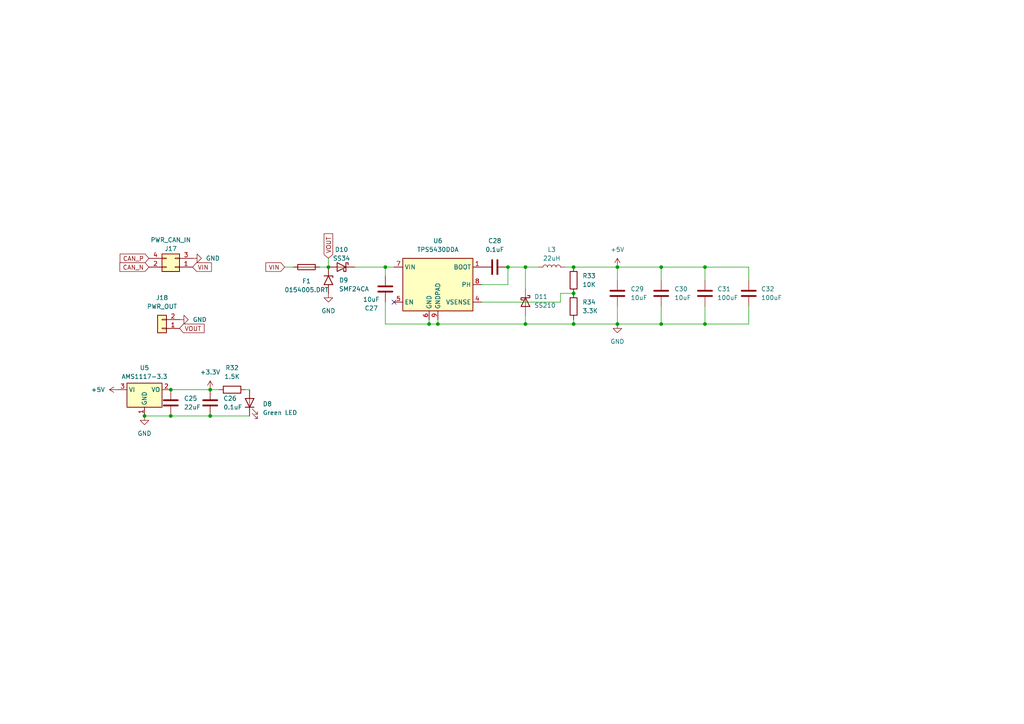
<source format=kicad_sch>
(kicad_sch (version 20231120) (generator "eeschema") (generator_version "8.0")
  (paper "A4")
  (title_block (title "CANBus Checkpoint") (date "2024-05-18") (rev "v1.0") (comment 1 "creativecommons.org/licenses/by-sa/4.0/") (comment 2 "License: CC BY-SA 4.0") (comment 3 "Author: Michael Smith"))
  (lib_symbols
    (symbol "Connector_Generic:Conn_01x02" (pin_names (offset 1.016) hide)
      (property "Reference" "J" (at 0 2.54 0))
      (property "Value" "Conn_01x02" (at 0 -5.08 0))
      (symbol "Conn_01x02_1_1"
        (rectangle (start -1.27 -2.413) (end 0 -2.667) (stroke (width 0.1524)))
        (rectangle (start -1.27 0.127) (end 0 -0.127) (stroke (width 0.1524)))
        (rectangle (start -1.27 1.27) (end 1.27 -3.81) (stroke (width 0.254)) (fill (type background)))
        (pin passive line (at -5.08 0 0) (length 3.81) (name "Pin_1") (number "1"))
        (pin passive line (at -5.08 -2.54 0) (length 3.81) (name "Pin_2") (number "2"))
      )
    )
    (symbol "Connector_Generic:Conn_02x02_Odd_Even" (pin_names (offset 1.016) hide)
      (property "Reference" "J" (at 1.27 2.54 0))
      (property "Value" "Conn_02x02_Odd_Even" (at 1.27 -5.08 0))
      (symbol "Conn_02x02_Odd_Even_1_1"
        (rectangle (start -1.27 -2.413) (end 0 -2.667) (stroke (width 0.1524)))
        (rectangle (start -1.27 0.127) (end 0 -0.127) (stroke (width 0.1524)))
        (rectangle (start -1.27 1.27) (end 3.81 -3.81) (stroke (width 0.254)) (fill (type background)))
        (rectangle (start 3.81 -2.413) (end 2.54 -2.667) (stroke (width 0.1524)))
        (rectangle (start 3.81 0.127) (end 2.54 -0.127) (stroke (width 0.1524)))
        (pin passive line (at -5.08 0 0) (length 3.81) (name "Pin_1") (number "1"))
        (pin passive line (at 7.62 0 180) (length 3.81) (name "Pin_2") (number "2"))
        (pin passive line (at -5.08 -2.54 0) (length 3.81) (name "Pin_3") (number "3"))
        (pin passive line (at 7.62 -2.54 180) (length 3.81) (name "Pin_4") (number "4"))
      )
    )
    (symbol "Device:C" (pin_numbers hide) (pin_names (offset 0.254))
      (property "Reference" "C" (at 0.635 2.54 0))
      (property "Value" "C" (at 0.635 -2.54 0))
      (symbol "C_0_1"
        (polyline (pts (xy -2.032 -0.762) (xy 2.032 -0.762)) (stroke (width 0.508)))
        (polyline (pts (xy -2.032 0.762) (xy 2.032 0.762)) (stroke (width 0.508)))
      )
      (symbol "C_1_1"
        (pin passive line (at 0 3.81 270) (length 2.794) (name "~") (number "1"))
        (pin passive line (at 0 -3.81 90) (length 2.794) (name "~") (number "2"))
      )
    )
    (symbol "Device:Fuse" (pin_numbers hide) (pin_names (offset 0))
      (property "Reference" "F" (at 2.032 0 90))
      (property "Value" "Fuse" (at -1.905 0 90))
      (symbol "Fuse_0_1"
        (rectangle (start -0.762 -2.54) (end 0.762 2.54) (stroke (width 0.254)))
        (polyline (pts (xy 0 2.54) (xy 0 -2.54)))
      )
      (symbol "Fuse_1_1"
        (pin passive line (at 0 3.81 270) (length 1.27) (name "~") (number "1"))
        (pin passive line (at 0 -3.81 90) (length 1.27) (name "~") (number "2"))
      )
    )
    (symbol "Device:L" (pin_numbers hide) (pin_names (offset 1.016) hide)
      (property "Reference" "L" (at -1.27 0 90))
      (property "Value" "L" (at 1.905 0 90))
      (symbol "L_0_1"
        (arc (start 0 -2.54) (mid 0.6323 -1.905) (end 0 -1.27))
        (arc (start 0 -1.27) (mid 0.6323 -0.635) (end 0 0))
        (arc (start 0 0) (mid 0.6323 0.635) (end 0 1.27))
        (arc (start 0 1.27) (mid 0.6323 1.905) (end 0 2.54))
      )
      (symbol "L_1_1"
        (pin passive line (at 0 3.81 270) (length 1.27) (name "1") (number "1"))
        (pin passive line (at 0 -3.81 90) (length 1.27) (name "2") (number "2"))
      )
    )
    (symbol "Device:LED" (pin_numbers hide) (pin_names (offset 1.016) hide)
      (property "Reference" "D" (at 0 2.54 0))
      (property "Value" "LED" (at 0 -2.54 0))
      (symbol "LED_0_1"
        (polyline (pts (xy -1.27 -1.27) (xy -1.27 1.27)) (stroke (width 0.254)))
        (polyline (pts (xy -1.27 0) (xy 1.27 0)))
        (polyline (pts (xy 1.27 -1.27) (xy 1.27 1.27) (xy -1.27 0) (xy 1.27 -1.27)) (stroke (width 0.254)))
        (polyline (pts (xy -3.048 -0.762) (xy -4.572 -2.286) (xy -3.81 -2.286) (xy -4.572 -2.286) (xy -4.572 -1.524)))
        (polyline (pts (xy -1.778 -0.762) (xy -3.302 -2.286) (xy -2.54 -2.286) (xy -3.302 -2.286) (xy -3.302 -1.524)))
      )
      (symbol "LED_1_1"
        (pin passive line (at -3.81 0 0) (length 2.54) (name "K") (number "1"))
        (pin passive line (at 3.81 0 180) (length 2.54) (name "A") (number "2"))
      )
    )
    (symbol "Device:R" (pin_numbers hide) (pin_names (offset 0))
      (property "Reference" "R" (at 2.032 0 90))
      (property "Value" "R" (at 0 0 90))
      (symbol "R_0_1"
        (rectangle (start -1.016 -2.54) (end 1.016 2.54) (stroke (width 0.254)))
      )
      (symbol "R_1_1"
        (pin passive line (at 0 3.81 270) (length 1.27) (name "~") (number "1"))
        (pin passive line (at 0 -3.81 90) (length 1.27) (name "~") (number "2"))
      )
    )
    (symbol "Diode:SMAJ24A" (pin_numbers hide) (pin_names (offset 1.016) hide)
      (property "Reference" "D" (at 0 2.54 0))
      (property "Value" "SMAJ24A" (at 0 -2.54 0))
      (symbol "SMAJ24A_0_1"
        (polyline (pts (xy -0.762 1.27) (xy -1.27 1.27) (xy -1.27 -1.27)) (stroke (width 0.254)))
        (polyline (pts (xy 1.27 1.27) (xy 1.27 -1.27) (xy -1.27 0) (xy 1.27 1.27)) (stroke (width 0.254)))
      )
      (symbol "SMAJ24A_1_1"
        (pin passive line (at -3.81 0 0) (length 2.54) (name "A1") (number "1"))
        (pin passive line (at 3.81 0 180) (length 2.54) (name "A2") (number "2"))
      )
    )
    (symbol "Diode:SS210" (pin_numbers hide) (pin_names (offset 1.016) hide)
      (property "Reference" "D" (at 0 2.54 0))
      (property "Value" "SS210" (at 0 -2.54 0))
      (symbol "SS210_0_1"
        (polyline (pts (xy 1.27 0) (xy -1.27 0)))
        (polyline (pts (xy 1.27 1.27) (xy 1.27 -1.27) (xy -1.27 0) (xy 1.27 1.27)) (stroke (width 0.254)))
        (polyline (pts (xy -1.905 0.635) (xy -1.905 1.27) (xy -1.27 1.27) (xy -1.27 -1.27) (xy -0.635 -1.27) (xy -0.635 -0.635)) (stroke (width 0.254)))
      )
      (symbol "SS210_1_1"
        (pin passive line (at -3.81 0 0) (length 2.54) (name "K") (number "1"))
        (pin passive line (at 3.81 0 180) (length 2.54) (name "A") (number "2"))
      )
    )
    (symbol "Diode:SS34" (pin_numbers hide) (pin_names (offset 1.016) hide)
      (property "Reference" "D" (at 0 2.54 0))
      (property "Value" "SS34" (at 0 -2.54 0))
      (symbol "SS34_0_1"
        (polyline (pts (xy 1.27 0) (xy -1.27 0)))
        (polyline (pts (xy 1.27 1.27) (xy 1.27 -1.27) (xy -1.27 0) (xy 1.27 1.27)) (stroke (width 0.254)))
        (polyline (pts (xy -1.905 0.635) (xy -1.905 1.27) (xy -1.27 1.27) (xy -1.27 -1.27) (xy -0.635 -1.27) (xy -0.635 -0.635)) (stroke (width 0.254)))
      )
      (symbol "SS34_1_1"
        (pin passive line (at -3.81 0 0) (length 2.54) (name "K") (number "1"))
        (pin passive line (at 3.81 0 180) (length 2.54) (name "A") (number "2"))
      )
    )
    (symbol "Regulator_Linear:AMS1117-3.3"
      (property "Reference" "U" (at -3.81 3.175 0))
      (property "Value" "AMS1117-3.3" (at 0 3.175 0))
      (symbol "AMS1117-3.3_0_1"
        (rectangle (start -5.08 -5.08) (end 5.08 1.905) (stroke (width 0.254)) (fill (type background)))
      )
      (symbol "AMS1117-3.3_1_1"
        (pin power_in line (at 0 -7.62 90) (length 2.54) (name "GND") (number "1"))
        (pin power_out line (at 7.62 0 180) (length 2.54) (name "VO") (number "2"))
        (pin power_in line (at -7.62 0 0) (length 2.54) (name "VI") (number "3"))
      )
    )
    (symbol "Regulator_Switching:TPS5430DDA"
      (property "Reference" "U" (at -10.16 8.89 0))
      (property "Value" "TPS5430DDA" (at -1.27 8.89 0))
      (symbol "TPS5430DDA_0_1"
        (rectangle (start -10.16 7.62) (end 10.16 -7.62) (stroke (width 0.254)) (fill (type background)))
      )
      (symbol "TPS5430DDA_1_1"
        (pin input line (at 12.7 5.08 180) (length 2.54) (name "BOOT") (number "1"))
        (pin no_connect line (at -10.16 2.54 0) (length 2.54) hide (name "NC") (number "2"))
        (pin no_connect line (at -10.16 -2.54 0) (length 2.54) hide (name "NC") (number "3"))
        (pin input line (at 12.7 -5.08 180) (length 2.54) (name "VSENSE") (number "4"))
        (pin input line (at -12.7 -5.08 0) (length 2.54) (name "EN") (number "5"))
        (pin power_in line (at -2.54 -10.16 90) (length 2.54) (name "GND") (number "6"))
        (pin power_in line (at -12.7 5.08 0) (length 2.54) (name "VIN") (number "7"))
        (pin output line (at 12.7 0 180) (length 2.54) (name "PH") (number "8"))
        (pin power_in line (at 0 -10.16 90) (length 2.54) (name "GNDPAD") (number "9"))
      )
    )
    (symbol "power:+3.3V" (power) (pin_numbers hide) (pin_names (offset 0) hide)
      (property "Value" "+3.3V" (at 0 3.556 0))
      (symbol "+3.3V_0_1"
        (polyline (pts (xy -0.762 1.27) (xy 0 2.54)))
        (polyline (pts (xy 0 0) (xy 0 2.54)))
        (polyline (pts (xy 0 2.54) (xy 0.762 1.27)))
      )
      (symbol "+3.3V_1_1"
        (pin power_in line (at 0 0 90) (length 0) (name "~") (number "1"))
      )
    )
    (symbol "power:+5V" (power) (pin_numbers hide) (pin_names (offset 0) hide)
      (property "Value" "+5V" (at 0 3.556 0))
      (symbol "+5V_0_1"
        (polyline (pts (xy -0.762 1.27) (xy 0 2.54)))
        (polyline (pts (xy 0 0) (xy 0 2.54)))
        (polyline (pts (xy 0 2.54) (xy 0.762 1.27)))
      )
      (symbol "+5V_1_1"
        (pin power_in line (at 0 0 90) (length 0) (name "~") (number "1"))
      )
    )
    (symbol "power:GND" (power) (pin_numbers hide) (pin_names (offset 0) hide)
      (property "Value" "GND" (at 0 -3.81 0))
      (symbol "GND_0_1"
        (polyline (pts (xy 0 0) (xy 0 -1.27) (xy 1.27 -1.27) (xy 0 -2.54) (xy -1.27 -1.27) (xy 0 -1.27)))
      )
      (symbol "GND_1_1"
        (pin power_in line (at 0 0 270) (length 0) (name "~") (number "1"))
      )
    )
  )
  (junction (at 95.25 77.47))
  (junction (at 191.77 93.98))
  (junction (at 179.07 77.47))
  (junction (at 152.4 77.47))
  (junction (at 204.47 77.47))
  (junction (at 179.07 93.98))
  (junction (at 41.91 120.65))
  (junction (at 166.37 85.09))
  (junction (at 60.96 113.03))
  (junction (at 60.96 120.65))
  (junction (at 147.32 77.47))
  (junction (at 204.47 93.98))
  (junction (at 124.46 93.98))
  (junction (at 166.37 77.47))
  (junction (at 166.37 93.98))
  (junction (at 127 93.98))
  (junction (at 191.77 77.47))
  (junction (at 49.53 113.03))
  (junction (at 49.53 120.65))
  (junction (at 152.4 93.98))
  (junction (at 111.76 77.47))
  (no_connect (at 114.3 87.63))
  (wire (pts (xy 179.07 77.47) (xy 179.07 81.28)))
  (wire (pts (xy 217.17 77.47) (xy 217.17 81.28)))
  (wire (pts (xy 152.4 77.47) (xy 152.4 83.82)))
  (wire (pts (xy 191.77 93.98) (xy 204.47 93.98)))
  (wire (pts (xy 60.96 120.65) (xy 72.39 120.65)))
  (wire (pts (xy 127 93.98) (xy 152.4 93.98)))
  (wire (pts (xy 152.4 91.44) (xy 152.4 93.98)))
  (wire (pts (xy 204.47 93.98) (xy 217.17 93.98)))
  (wire (pts (xy 111.76 87.63) (xy 111.76 93.98)))
  (wire (pts (xy 139.7 82.55) (xy 147.32 82.55)))
  (wire (pts (xy 71.12 113.03) (xy 72.39 113.03)))
  (wire (pts (xy 95.25 74.93) (xy 95.25 77.47)))
  (wire (pts (xy 163.83 77.47) (xy 166.37 77.47)))
  (wire (pts (xy 166.37 92.71) (xy 166.37 93.98)))
  (wire (pts (xy 49.53 120.65) (xy 60.96 120.65)))
  (wire (pts (xy 179.07 88.9) (xy 179.07 93.98)))
  (wire (pts (xy 166.37 93.98) (xy 179.07 93.98)))
  (wire (pts (xy 95.25 77.47) (xy 92.71 77.47)))
  (wire (pts (xy 162.56 85.09) (xy 166.37 85.09)))
  (wire (pts (xy 60.96 113.03) (xy 63.5 113.03)))
  (wire (pts (xy 124.46 93.98) (xy 127 93.98)))
  (wire (pts (xy 147.32 77.47) (xy 147.32 82.55)))
  (wire (pts (xy 217.17 88.9) (xy 217.17 93.98)))
  (wire (pts (xy 147.32 77.47) (xy 152.4 77.47)))
  (wire (pts (xy 179.07 77.47) (xy 191.77 77.47)))
  (wire (pts (xy 139.7 87.63) (xy 162.56 87.63)))
  (wire (pts (xy 152.4 93.98) (xy 166.37 93.98)))
  (wire (pts (xy 204.47 77.47) (xy 217.17 77.47)))
  (wire (pts (xy 191.77 88.9) (xy 191.77 93.98)))
  (wire (pts (xy 102.87 77.47) (xy 111.76 77.47)))
  (wire (pts (xy 179.07 93.98) (xy 191.77 93.98)))
  (wire (pts (xy 162.56 87.63) (xy 162.56 85.09)))
  (wire (pts (xy 191.77 77.47) (xy 191.77 81.28)))
  (wire (pts (xy 127 92.71) (xy 127 93.98)))
  (wire (pts (xy 111.76 93.98) (xy 124.46 93.98)))
  (wire (pts (xy 166.37 77.47) (xy 179.07 77.47)))
  (wire (pts (xy 111.76 77.47) (xy 114.3 77.47)))
  (wire (pts (xy 41.91 120.65) (xy 49.53 120.65)))
  (wire (pts (xy 124.46 92.71) (xy 124.46 93.98)))
  (wire (pts (xy 85.09 77.47) (xy 82.55 77.47)))
  (wire (pts (xy 152.4 77.47) (xy 156.21 77.47)))
  (wire (pts (xy 111.76 77.47) (xy 111.76 80.01)))
  (wire (pts (xy 49.53 113.03) (xy 60.96 113.03)))
  (wire (pts (xy 204.47 88.9) (xy 204.47 93.98)))
  (wire (pts (xy 191.77 77.47) (xy 204.47 77.47)))
  (wire (pts (xy 204.47 77.47) (xy 204.47 81.28)))
  (global_label "VOUT" (shape input) (at 52.07 95.25 0) (property "Intersheetrefs" "${INTERSHEET_REFS}" (effects (hide yes))))
  (global_label "VOUT" (shape input) (at 95.25 74.93 90) (property "Intersheetrefs" "${INTERSHEET_REFS}" (effects (hide yes))))
  (global_label "CAN_N" (shape input) (at 43.18 77.47 180) (property "Intersheetrefs" "${INTERSHEET_REFS}" (effects (hide yes))))
  (global_label "VIN" (shape input) (at 82.55 77.47 180) (property "Intersheetrefs" "${INTERSHEET_REFS}" (effects (hide yes))))
  (global_label "CAN_P" (shape input) (at 43.18 74.93 180) (property "Intersheetrefs" "${INTERSHEET_REFS}" (effects (hide yes))))
  (global_label "VIN" (shape input) (at 55.88 77.47 0) (property "Intersheetrefs" "${INTERSHEET_REFS}" (effects (hide yes))))
  (symbol (lib_id "Device:R") (at 67.31 113.03 90) (unit 1)
    (property "Reference" "R32" (at 67.31 106.68 90))
    (property "Value" "1.5K" (at 67.31 109.22 90))
    (property "Footprint" "Resistor_SMD:R_0603_1608Metric" (effects (hide yes)))
    (property "Description" "Resistor" (effects (hide yes)))
  )
  (symbol (lib_id "Regulator_Switching:TPS5430DDA") (at 127 82.55 0) (unit 1)
    (property "Reference" "U6" (at 127 69.85 0))
    (property "Value" "TPS5430DDA" (at 127 72.39 0))
    (property "Footprint" "Package_SO:TI_SO-PowerPAD-8_ThermalVias" (effects (hide yes)))
    (property "Datasheet" "http://www.ti.com/lit/ds/symlink/tps5430.pdf" (effects (hide yes)))
    (property "Description" "3A, Step Down Swift Converter, Adjustable Output Voltage, 5.5-36V Input Voltage, PowerSO-8" (effects (hide yes)))
  )
  (symbol (lib_id "Device:R") (at 166.37 88.9 0) (unit 1)
    (property "Reference" "R34" (at 168.91 87.6299 0) (effects (justify left)))
    (property "Value" "3.3K" (at 168.91 90.1699 0) (effects (justify left)))
    (property "Footprint" "Resistor_SMD:R_0603_1608Metric" (effects (hide yes)))
    (property "Description" "Resistor" (effects (hide yes)))
  )
  (symbol (lib_id "Device:C") (at 143.51 77.47 90) (unit 1)
    (property "Reference" "C28" (at 143.51 69.85 90))
    (property "Value" "0.1uF" (at 143.51 72.39 90))
    (property "Footprint" "Capacitor_SMD:C_0402_1005Metric" (effects (hide yes)))
    (property "Description" "Unpolarized capacitor" (effects (hide yes)))
  )
  (symbol (lib_id "Diode:SS210") (at 152.4 87.63 270) (unit 1)
    (property "Reference" "D11" (at 154.94 86.0424 90) (effects (justify left)))
    (property "Value" "SS210" (at 154.94 88.5824 90) (effects (justify left)))
    (property "Footprint" "Diode_SMD:D_SMA" (effects (hide yes)))
    (property "Datasheet" "https://www.wontop.com/uploadfiles/56/sort_excel/pdf/ss22.pdf" (effects (hide yes)))
    (property "Description" "100V 2A Schottky Diode, SMA" (effects (hide yes)))
  )
  (symbol (lib_id "Device:C") (at 217.17 85.09 0) (unit 1)
    (property "Reference" "C32" (at 220.726 83.82 0) (effects (justify left)))
    (property "Value" "100uF" (at 220.726 86.36 0) (effects (justify left)))
    (property "Footprint" "Capacitor_SMD:C_1206_3216Metric" (effects (hide yes)))
    (property "Datasheet" "CL31A107MQHNNNE" (effects (hide yes)))
    (property "Description" "Unpolarized capacitor" (effects (hide yes)))
  )
  (symbol (lib_id "Connector_Generic:Conn_01x02") (at 46.99 95.25 180) (unit 1)
    (property "Reference" "J18" (at 46.99 86.36 0))
    (property "Value" "PWR_OUT" (at 46.99 88.9 0))
    (property "Footprint" "TerminalBlock_Phoenix:TerminalBlock_Phoenix_MKDS-1,5-2-5.08_1x02_P5.08mm_Horizontal" (effects (hide yes)))
    (property "Description" "Generic connector, single row, 01x02, script generated (kicad-library-utils/schlib/autogen/connector/)" (effects (hide yes)))
  )
  (symbol (lib_id "power:+5V") (at 34.29 113.03 90) (unit 1)
    (property "Reference" "#PWR052" (effects (hide yes)))
    (property "Value" "+5V" (at 30.48 113.0299 90) (effects (justify left)))
    (property "Description" "Power symbol creates a global label with name \"+5V\"" (effects (hide yes)))
  )
  (symbol (lib_id "power:GND") (at 179.07 93.98 0) (unit 1)
    (property "Reference" "#PWR059" (effects (hide yes)))
    (property "Value" "GND" (at 179.07 99.06 0))
    (property "Description" "Power symbol creates a global label with name \"GND\" , ground" (effects (hide yes)))
  )
  (symbol (lib_id "power:GND") (at 52.07 92.71 90) (unit 1)
    (property "Reference" "#PWR056" (effects (hide yes)))
    (property "Value" "GND" (at 55.88 92.7099 90) (effects (justify right)))
    (property "Description" "Power symbol creates a global label with name \"GND\" , ground" (effects (hide yes)))
  )
  (symbol (lib_id "power:GND") (at 41.91 120.65 0) (unit 1)
    (property "Reference" "#PWR053" (effects (hide yes)))
    (property "Value" "GND" (at 41.91 125.73 0))
    (property "Description" "Power symbol creates a global label with name \"GND\" , ground" (effects (hide yes)))
  )
  (symbol (lib_id "Device:LED") (at 72.39 116.84 90) (unit 1)
    (property "Reference" "D8" (at 76.2 117.1574 90) (effects (justify right)))
    (property "Value" "Green LED" (at 76.2 119.6974 90) (effects (justify right)))
    (property "Footprint" "LED_SMD:LED_0805_2012Metric" (effects (hide yes)))
    (property "Datasheet" "KT-0805G" (effects (hide yes)))
    (property "Description" "Light emitting diode" (effects (hide yes)))
  )
  (symbol (lib_id "Device:L") (at 160.02 77.47 90) (unit 1)
    (property "Reference" "L3" (at 160.02 72.39 90))
    (property "Value" "22uH" (at 160.02 74.93 90))
    (property "Footprint" "Library:SMMS0530" (effects (hide yes)))
    (property "Description" "Inductor" (effects (hide yes)))
  )
  (symbol (lib_id "Device:C") (at 204.47 85.09 0) (unit 1)
    (property "Reference" "C31" (at 208.026 83.82 0) (effects (justify left)))
    (property "Value" "100uF" (at 208.026 86.36 0) (effects (justify left)))
    (property "Footprint" "Capacitor_SMD:C_1206_3216Metric" (effects (hide yes)))
    (property "Datasheet" "CL31A107MQHNNNE" (effects (hide yes)))
    (property "Description" "Unpolarized capacitor" (effects (hide yes)))
  )
  (symbol (lib_id "Diode:SS34") (at 99.06 77.47 0) (mirror y) (unit 1)
    (property "Reference" "D10" (at 99.06 72.39 0))
    (property "Value" "SS34" (at 99.06 74.93 0))
    (property "Footprint" "Diode_SMD:D_SMA" (effects (hide yes)))
    (property "Description" "40V 3A Schottky Diode, SMA" (effects (hide yes)))
  )
  (symbol (lib_id "Device:C") (at 179.07 85.09 0) (unit 1)
    (property "Reference" "C29" (at 182.88 83.8199 0) (effects (justify left)))
    (property "Value" "10uF" (at 182.88 86.3599 0) (effects (justify left)))
    (property "Footprint" "Capacitor_SMD:C_0805_2012Metric" (effects (hide yes)))
    (property "Description" "Unpolarized capacitor" (effects (hide yes)))
  )
  (symbol (lib_id "Regulator_Linear:AMS1117-3.3") (at 41.91 113.03 0) (unit 1)
    (property "Reference" "U5" (at 41.91 106.68 0))
    (property "Value" "AMS1117-3.3" (at 41.91 109.22 0))
    (property "Footprint" "Package_TO_SOT_SMD:SOT-223-3_TabPin2" (effects (hide yes)))
    (property "Datasheet" "http://www.advanced-monolithic.com/pdf/ds1117.pdf" (effects (hide yes)))
    (property "Description" "1A Low Dropout regulator, positive, 3.3V fixed output, SOT-223" (effects (hide yes)))
  )
  (symbol (lib_id "Diode:SMAJ24A") (at 95.25 81.28 270) (unit 1)
    (property "Reference" "D9" (at 98.298 81.28 90) (effects (justify left)))
    (property "Value" "SMF24CA" (at 98.298 83.82 90) (effects (justify left)))
    (property "Footprint" "Diode_SMD:D_SOD-123F" (effects (hide yes)))
    (property "Datasheet" "https://www.littelfuse.com/media?resourcetype=datasheets&itemid=75e32973-b177-4ee3-a0ff-cedaf1abdb93&filename=smaj-datasheet" (effects (hide yes)))
    (property "Description" "400W unidirectional Transient Voltage Suppressor, 24.0Vr, SMA(DO-214AC)" (effects (hide yes)))
  )
  (symbol (lib_id "power:GND") (at 95.25 85.09 0) (unit 1)
    (property "Reference" "#PWR057" (effects (hide yes)))
    (property "Value" "GND" (at 95.25 90.17 0))
    (property "Description" "Power symbol creates a global label with name \"GND\" , ground" (effects (hide yes)))
  )
  (symbol (lib_id "Device:C") (at 49.53 116.84 0) (unit 1)
    (property "Reference" "C25" (at 53.34 115.5699 0) (effects (justify left)))
    (property "Value" "22uF" (at 53.34 118.1099 0) (effects (justify left)))
    (property "Footprint" "Capacitor_SMD:C_0805_2012Metric" (effects (hide yes)))
    (property "Description" "Unpolarized capacitor" (effects (hide yes)))
  )
  (symbol (lib_id "Device:Fuse") (at 88.9 77.47 270) (unit 1)
    (property "Reference" "F1" (at 88.9 81.534 90))
    (property "Value" "0154005.DRT" (at 88.9 84.074 90))
    (property "Footprint" "Fuse:Fuseholder_Littelfuse_Nano2_154x" (effects (hide yes)))
    (property "Description" "Fuse" (effects (hide yes)))
  )
  (symbol (lib_id "Device:R") (at 166.37 81.28 0) (unit 1)
    (property "Reference" "R33" (at 168.91 80.0099 0) (effects (justify left)))
    (property "Value" "10K" (at 168.91 82.5499 0) (effects (justify left)))
    (property "Footprint" "Resistor_SMD:R_0603_1608Metric" (effects (hide yes)))
    (property "Description" "Resistor" (effects (hide yes)))
  )
  (symbol (lib_id "power:+5V") (at 179.07 77.47 0) (unit 1)
    (property "Reference" "#PWR058" (effects (hide yes)))
    (property "Value" "+5V" (at 179.07 72.39 0))
    (property "Description" "Power symbol creates a global label with name \"+5V\"" (effects (hide yes)))
  )
  (symbol (lib_id "Device:C") (at 60.96 116.84 0) (unit 1)
    (property "Reference" "C26" (at 64.77 115.5699 0) (effects (justify left)))
    (property "Value" "0.1uF" (at 64.77 118.1099 0) (effects (justify left)))
    (property "Footprint" "Capacitor_SMD:C_0402_1005Metric" (effects (hide yes)))
    (property "Description" "Unpolarized capacitor" (effects (hide yes)))
  )
  (symbol (lib_id "Device:C") (at 191.77 85.09 0) (unit 1)
    (property "Reference" "C30" (at 195.58 83.8199 0) (effects (justify left)))
    (property "Value" "10uF" (at 195.58 86.3599 0) (effects (justify left)))
    (property "Footprint" "Capacitor_SMD:C_0805_2012Metric" (effects (hide yes)))
    (property "Description" "Unpolarized capacitor" (effects (hide yes)))
  )
  (symbol (lib_id "Device:C") (at 111.76 83.82 0) (unit 1)
    (property "Reference" "C27" (at 107.696 89.408 0))
    (property "Value" "10uF" (at 107.696 86.868 0))
    (property "Footprint" "Capacitor_SMD:C_0805_2012Metric" (effects (hide yes)))
    (property "Datasheet" "CL31A107MQHNNNE" (effects (hide yes)))
    (property "Description" "Unpolarized capacitor" (effects (hide yes)))
  )
  (symbol (lib_id "power:+3.3V") (at 60.96 113.03 0) (unit 1)
    (property "Reference" "#PWR054" (effects (hide yes)))
    (property "Value" "+3.3V" (at 60.96 107.95 0))
    (property "Description" "Power symbol creates a global label with name \"+3.3V\"" (effects (hide yes)))
  )
  (symbol (lib_id "power:GND") (at 55.88 74.93 90) (unit 1)
    (property "Reference" "#PWR055" (effects (hide yes)))
    (property "Value" "GND" (at 59.69 74.9299 90) (effects (justify right)))
    (property "Description" "Power symbol creates a global label with name \"GND\" , ground" (effects (hide yes)))
  )
  (symbol (lib_id "Connector_Generic:Conn_02x02_Odd_Even") (at 50.8 77.47 180) (unit 1)
    (property "Reference" "J17" (at 49.53 72.136 0))
    (property "Value" "PWR_CAN_IN" (at 49.53 69.596 0))
    (property "Footprint" "Connector_Molex:Molex_Micro-Fit_3.0_43045-0412_2x02_P3.00mm_Vertical" (effects (hide yes)))
    (property "Description" "Generic connector, double row, 02x02, odd/even pin numbering scheme (row 1 odd numbers, row 2 even numbers), script generated (kicad-library-utils/schlib/autogen/connector/)" (effects (hide yes)))
  )
)
</source>
